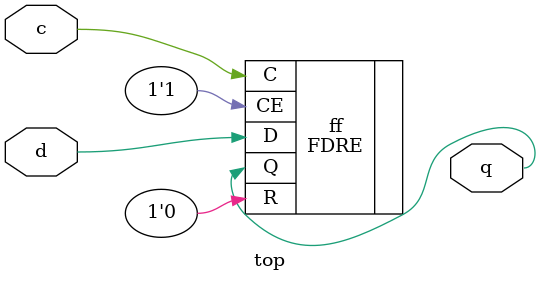
<source format=v>
module top (input c, d, output q);
	(* LOC="SLICE_X16Y100", BEL="AFF", DONT_TOUCH *)
	FDRE ff (
		.C(c),
		.CE(1'b1),
		.R(1'b0),
		.D(d),
		.Q(q)
	);
endmodule

</source>
